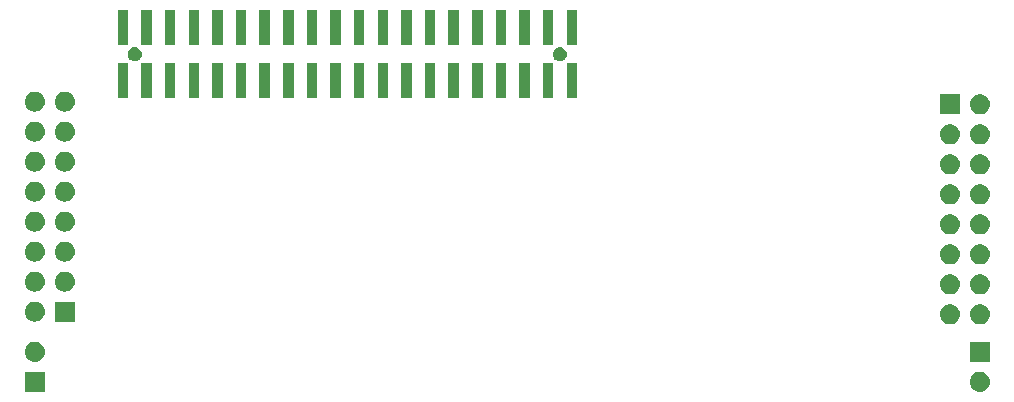
<source format=gbr>
G04 #@! TF.GenerationSoftware,KiCad,Pcbnew,5.1.2-1.fc30*
G04 #@! TF.CreationDate,2019-05-22T10:25:12+05:30*
G04 #@! TF.ProjectId,sx1509,73783135-3039-42e6-9b69-6361645f7063,v0.1*
G04 #@! TF.SameCoordinates,Original*
G04 #@! TF.FileFunction,Soldermask,Bot*
G04 #@! TF.FilePolarity,Negative*
%FSLAX46Y46*%
G04 Gerber Fmt 4.6, Leading zero omitted, Abs format (unit mm)*
G04 Created by KiCad (PCBNEW 5.1.2-1.fc30) date 2019-05-22 10:25:12*
%MOMM*%
%LPD*%
G04 APERTURE LIST*
%ADD10C,0.100000*%
G04 APERTURE END LIST*
D10*
G36*
X182716627Y-130912299D02*
G01*
X182796742Y-130936602D01*
X182876855Y-130960903D01*
X182876857Y-130960904D01*
X183024518Y-131039831D01*
X183153949Y-131146051D01*
X183260169Y-131275482D01*
X183339096Y-131423143D01*
X183387701Y-131583373D01*
X183404112Y-131750000D01*
X183387701Y-131916627D01*
X183339096Y-132076857D01*
X183260169Y-132224518D01*
X183153949Y-132353949D01*
X183024518Y-132460169D01*
X182876857Y-132539096D01*
X182876855Y-132539097D01*
X182796742Y-132563398D01*
X182716627Y-132587701D01*
X182591752Y-132600000D01*
X182508248Y-132600000D01*
X182383373Y-132587701D01*
X182303258Y-132563398D01*
X182223145Y-132539097D01*
X182223143Y-132539096D01*
X182075482Y-132460169D01*
X181946051Y-132353949D01*
X181839831Y-132224518D01*
X181760904Y-132076857D01*
X181712299Y-131916627D01*
X181695888Y-131750000D01*
X181712299Y-131583373D01*
X181760904Y-131423143D01*
X181839831Y-131275482D01*
X181946051Y-131146051D01*
X182075482Y-131039831D01*
X182223143Y-130960904D01*
X182223145Y-130960903D01*
X182303258Y-130936602D01*
X182383373Y-130912299D01*
X182508248Y-130900000D01*
X182591752Y-130900000D01*
X182716627Y-130912299D01*
X182716627Y-130912299D01*
G37*
G36*
X103390000Y-132600000D02*
G01*
X101690000Y-132600000D01*
X101690000Y-130900000D01*
X103390000Y-130900000D01*
X103390000Y-132600000D01*
X103390000Y-132600000D01*
G37*
G36*
X102706627Y-128372299D02*
G01*
X102786742Y-128396601D01*
X102866855Y-128420903D01*
X102866857Y-128420904D01*
X103014518Y-128499831D01*
X103143949Y-128606051D01*
X103250169Y-128735482D01*
X103329096Y-128883143D01*
X103377701Y-129043373D01*
X103394112Y-129210000D01*
X103377701Y-129376627D01*
X103329096Y-129536857D01*
X103250169Y-129684518D01*
X103143949Y-129813949D01*
X103014518Y-129920169D01*
X102866857Y-129999096D01*
X102866855Y-129999097D01*
X102786742Y-130023399D01*
X102706627Y-130047701D01*
X102581752Y-130060000D01*
X102498248Y-130060000D01*
X102373373Y-130047701D01*
X102293258Y-130023399D01*
X102213145Y-129999097D01*
X102213143Y-129999096D01*
X102065482Y-129920169D01*
X101936051Y-129813949D01*
X101829831Y-129684518D01*
X101750904Y-129536857D01*
X101702299Y-129376627D01*
X101685888Y-129210000D01*
X101702299Y-129043373D01*
X101750904Y-128883143D01*
X101829831Y-128735482D01*
X101936051Y-128606051D01*
X102065482Y-128499831D01*
X102213143Y-128420904D01*
X102213145Y-128420903D01*
X102293258Y-128396601D01*
X102373373Y-128372299D01*
X102498248Y-128360000D01*
X102581752Y-128360000D01*
X102706627Y-128372299D01*
X102706627Y-128372299D01*
G37*
G36*
X183400000Y-130060000D02*
G01*
X181700000Y-130060000D01*
X181700000Y-128360000D01*
X183400000Y-128360000D01*
X183400000Y-130060000D01*
X183400000Y-130060000D01*
G37*
G36*
X182716627Y-125197299D02*
G01*
X182796742Y-125221601D01*
X182876855Y-125245903D01*
X182876857Y-125245904D01*
X183024518Y-125324831D01*
X183153949Y-125431051D01*
X183260169Y-125560482D01*
X183339096Y-125708143D01*
X183387701Y-125868373D01*
X183404112Y-126035000D01*
X183387701Y-126201627D01*
X183339096Y-126361857D01*
X183260169Y-126509518D01*
X183153949Y-126638949D01*
X183024518Y-126745169D01*
X182876857Y-126824096D01*
X182876855Y-126824097D01*
X182796742Y-126848399D01*
X182716627Y-126872701D01*
X182591752Y-126885000D01*
X182508248Y-126885000D01*
X182383373Y-126872701D01*
X182303258Y-126848399D01*
X182223145Y-126824097D01*
X182223143Y-126824096D01*
X182075482Y-126745169D01*
X181946051Y-126638949D01*
X181839831Y-126509518D01*
X181760904Y-126361857D01*
X181712299Y-126201627D01*
X181695888Y-126035000D01*
X181712299Y-125868373D01*
X181760904Y-125708143D01*
X181839831Y-125560482D01*
X181946051Y-125431051D01*
X182075482Y-125324831D01*
X182223143Y-125245904D01*
X182223145Y-125245903D01*
X182303258Y-125221601D01*
X182383373Y-125197299D01*
X182508248Y-125185000D01*
X182591752Y-125185000D01*
X182716627Y-125197299D01*
X182716627Y-125197299D01*
G37*
G36*
X180176627Y-125197299D02*
G01*
X180256742Y-125221601D01*
X180336855Y-125245903D01*
X180336857Y-125245904D01*
X180484518Y-125324831D01*
X180613949Y-125431051D01*
X180720169Y-125560482D01*
X180799096Y-125708143D01*
X180847701Y-125868373D01*
X180864112Y-126035000D01*
X180847701Y-126201627D01*
X180799096Y-126361857D01*
X180720169Y-126509518D01*
X180613949Y-126638949D01*
X180484518Y-126745169D01*
X180336857Y-126824096D01*
X180336855Y-126824097D01*
X180256742Y-126848399D01*
X180176627Y-126872701D01*
X180051752Y-126885000D01*
X179968248Y-126885000D01*
X179843373Y-126872701D01*
X179763258Y-126848399D01*
X179683145Y-126824097D01*
X179683143Y-126824096D01*
X179535482Y-126745169D01*
X179406051Y-126638949D01*
X179299831Y-126509518D01*
X179220904Y-126361857D01*
X179172299Y-126201627D01*
X179155888Y-126035000D01*
X179172299Y-125868373D01*
X179220904Y-125708143D01*
X179299831Y-125560482D01*
X179406051Y-125431051D01*
X179535482Y-125324831D01*
X179683143Y-125245904D01*
X179683145Y-125245903D01*
X179763258Y-125221601D01*
X179843373Y-125197299D01*
X179968248Y-125185000D01*
X180051752Y-125185000D01*
X180176627Y-125197299D01*
X180176627Y-125197299D01*
G37*
G36*
X105930000Y-126656000D02*
G01*
X104230000Y-126656000D01*
X104230000Y-124956000D01*
X105930000Y-124956000D01*
X105930000Y-126656000D01*
X105930000Y-126656000D01*
G37*
G36*
X102706627Y-124968299D02*
G01*
X102786742Y-124992601D01*
X102866855Y-125016903D01*
X102866857Y-125016904D01*
X103014518Y-125095831D01*
X103143949Y-125202051D01*
X103250169Y-125331482D01*
X103329096Y-125479143D01*
X103377701Y-125639373D01*
X103394112Y-125806000D01*
X103377701Y-125972627D01*
X103329096Y-126132857D01*
X103250169Y-126280518D01*
X103143949Y-126409949D01*
X103014518Y-126516169D01*
X102866857Y-126595096D01*
X102866855Y-126595097D01*
X102786742Y-126619399D01*
X102706627Y-126643701D01*
X102581752Y-126656000D01*
X102498248Y-126656000D01*
X102373373Y-126643701D01*
X102293258Y-126619399D01*
X102213145Y-126595097D01*
X102213143Y-126595096D01*
X102065482Y-126516169D01*
X101936051Y-126409949D01*
X101829831Y-126280518D01*
X101750904Y-126132857D01*
X101702299Y-125972627D01*
X101685888Y-125806000D01*
X101702299Y-125639373D01*
X101750904Y-125479143D01*
X101829831Y-125331482D01*
X101936051Y-125202051D01*
X102065482Y-125095831D01*
X102213143Y-125016904D01*
X102213145Y-125016903D01*
X102293258Y-124992601D01*
X102373373Y-124968299D01*
X102498248Y-124956000D01*
X102581752Y-124956000D01*
X102706627Y-124968299D01*
X102706627Y-124968299D01*
G37*
G36*
X182716627Y-122657299D02*
G01*
X182796742Y-122681602D01*
X182876855Y-122705903D01*
X182876857Y-122705904D01*
X183024518Y-122784831D01*
X183153949Y-122891051D01*
X183260169Y-123020482D01*
X183339096Y-123168143D01*
X183387701Y-123328373D01*
X183404112Y-123495000D01*
X183387701Y-123661627D01*
X183339096Y-123821857D01*
X183260169Y-123969518D01*
X183153949Y-124098949D01*
X183024518Y-124205169D01*
X182876857Y-124284096D01*
X182876855Y-124284097D01*
X182796742Y-124308399D01*
X182716627Y-124332701D01*
X182591752Y-124345000D01*
X182508248Y-124345000D01*
X182383373Y-124332701D01*
X182303258Y-124308398D01*
X182223145Y-124284097D01*
X182223143Y-124284096D01*
X182075482Y-124205169D01*
X181946051Y-124098949D01*
X181839831Y-123969518D01*
X181760904Y-123821857D01*
X181712299Y-123661627D01*
X181695888Y-123495000D01*
X181712299Y-123328373D01*
X181760904Y-123168143D01*
X181839831Y-123020482D01*
X181946051Y-122891051D01*
X182075482Y-122784831D01*
X182223143Y-122705904D01*
X182223145Y-122705903D01*
X182303258Y-122681601D01*
X182383373Y-122657299D01*
X182508248Y-122645000D01*
X182591752Y-122645000D01*
X182716627Y-122657299D01*
X182716627Y-122657299D01*
G37*
G36*
X180176627Y-122657299D02*
G01*
X180256742Y-122681602D01*
X180336855Y-122705903D01*
X180336857Y-122705904D01*
X180484518Y-122784831D01*
X180613949Y-122891051D01*
X180720169Y-123020482D01*
X180799096Y-123168143D01*
X180847701Y-123328373D01*
X180864112Y-123495000D01*
X180847701Y-123661627D01*
X180799096Y-123821857D01*
X180720169Y-123969518D01*
X180613949Y-124098949D01*
X180484518Y-124205169D01*
X180336857Y-124284096D01*
X180336855Y-124284097D01*
X180256742Y-124308399D01*
X180176627Y-124332701D01*
X180051752Y-124345000D01*
X179968248Y-124345000D01*
X179843373Y-124332701D01*
X179763258Y-124308398D01*
X179683145Y-124284097D01*
X179683143Y-124284096D01*
X179535482Y-124205169D01*
X179406051Y-124098949D01*
X179299831Y-123969518D01*
X179220904Y-123821857D01*
X179172299Y-123661627D01*
X179155888Y-123495000D01*
X179172299Y-123328373D01*
X179220904Y-123168143D01*
X179299831Y-123020482D01*
X179406051Y-122891051D01*
X179535482Y-122784831D01*
X179683143Y-122705904D01*
X179683145Y-122705903D01*
X179763258Y-122681601D01*
X179843373Y-122657299D01*
X179968248Y-122645000D01*
X180051752Y-122645000D01*
X180176627Y-122657299D01*
X180176627Y-122657299D01*
G37*
G36*
X102706627Y-122428299D02*
G01*
X102786742Y-122452601D01*
X102866855Y-122476903D01*
X102866857Y-122476904D01*
X103014518Y-122555831D01*
X103143949Y-122662051D01*
X103250169Y-122791482D01*
X103329096Y-122939143D01*
X103377701Y-123099373D01*
X103394112Y-123266000D01*
X103377701Y-123432627D01*
X103329096Y-123592857D01*
X103250169Y-123740518D01*
X103143949Y-123869949D01*
X103014518Y-123976169D01*
X102866857Y-124055096D01*
X102866855Y-124055097D01*
X102786742Y-124079399D01*
X102706627Y-124103701D01*
X102581752Y-124116000D01*
X102498248Y-124116000D01*
X102373373Y-124103701D01*
X102293258Y-124079399D01*
X102213145Y-124055097D01*
X102213143Y-124055096D01*
X102065482Y-123976169D01*
X101936051Y-123869949D01*
X101829831Y-123740518D01*
X101750904Y-123592857D01*
X101702299Y-123432627D01*
X101685888Y-123266000D01*
X101702299Y-123099373D01*
X101750904Y-122939143D01*
X101829831Y-122791482D01*
X101936051Y-122662051D01*
X102065482Y-122555831D01*
X102213143Y-122476904D01*
X102213145Y-122476903D01*
X102293258Y-122452601D01*
X102373373Y-122428299D01*
X102498248Y-122416000D01*
X102581752Y-122416000D01*
X102706627Y-122428299D01*
X102706627Y-122428299D01*
G37*
G36*
X105246627Y-122428299D02*
G01*
X105326742Y-122452601D01*
X105406855Y-122476903D01*
X105406857Y-122476904D01*
X105554518Y-122555831D01*
X105683949Y-122662051D01*
X105790169Y-122791482D01*
X105869096Y-122939143D01*
X105917701Y-123099373D01*
X105934112Y-123266000D01*
X105917701Y-123432627D01*
X105869096Y-123592857D01*
X105790169Y-123740518D01*
X105683949Y-123869949D01*
X105554518Y-123976169D01*
X105406857Y-124055096D01*
X105406855Y-124055097D01*
X105326742Y-124079399D01*
X105246627Y-124103701D01*
X105121752Y-124116000D01*
X105038248Y-124116000D01*
X104913373Y-124103701D01*
X104833258Y-124079399D01*
X104753145Y-124055097D01*
X104753143Y-124055096D01*
X104605482Y-123976169D01*
X104476051Y-123869949D01*
X104369831Y-123740518D01*
X104290904Y-123592857D01*
X104242299Y-123432627D01*
X104225888Y-123266000D01*
X104242299Y-123099373D01*
X104290904Y-122939143D01*
X104369831Y-122791482D01*
X104476051Y-122662051D01*
X104605482Y-122555831D01*
X104753143Y-122476904D01*
X104753145Y-122476903D01*
X104833258Y-122452601D01*
X104913373Y-122428299D01*
X105038248Y-122416000D01*
X105121752Y-122416000D01*
X105246627Y-122428299D01*
X105246627Y-122428299D01*
G37*
G36*
X182716627Y-120117299D02*
G01*
X182796742Y-120141601D01*
X182876855Y-120165903D01*
X182876857Y-120165904D01*
X183024518Y-120244831D01*
X183153949Y-120351051D01*
X183260169Y-120480482D01*
X183339096Y-120628143D01*
X183387701Y-120788373D01*
X183404112Y-120955000D01*
X183387701Y-121121627D01*
X183339096Y-121281857D01*
X183260169Y-121429518D01*
X183153949Y-121558949D01*
X183024518Y-121665169D01*
X182876857Y-121744096D01*
X182876855Y-121744097D01*
X182796742Y-121768398D01*
X182716627Y-121792701D01*
X182591752Y-121805000D01*
X182508248Y-121805000D01*
X182383373Y-121792701D01*
X182303258Y-121768398D01*
X182223145Y-121744097D01*
X182223143Y-121744096D01*
X182075482Y-121665169D01*
X181946051Y-121558949D01*
X181839831Y-121429518D01*
X181760904Y-121281857D01*
X181712299Y-121121627D01*
X181695888Y-120955000D01*
X181712299Y-120788373D01*
X181760904Y-120628143D01*
X181839831Y-120480482D01*
X181946051Y-120351051D01*
X182075482Y-120244831D01*
X182223143Y-120165904D01*
X182223145Y-120165903D01*
X182303258Y-120141602D01*
X182383373Y-120117299D01*
X182508248Y-120105000D01*
X182591752Y-120105000D01*
X182716627Y-120117299D01*
X182716627Y-120117299D01*
G37*
G36*
X180176627Y-120117299D02*
G01*
X180256742Y-120141601D01*
X180336855Y-120165903D01*
X180336857Y-120165904D01*
X180484518Y-120244831D01*
X180613949Y-120351051D01*
X180720169Y-120480482D01*
X180799096Y-120628143D01*
X180847701Y-120788373D01*
X180864112Y-120955000D01*
X180847701Y-121121627D01*
X180799096Y-121281857D01*
X180720169Y-121429518D01*
X180613949Y-121558949D01*
X180484518Y-121665169D01*
X180336857Y-121744096D01*
X180336855Y-121744097D01*
X180256742Y-121768398D01*
X180176627Y-121792701D01*
X180051752Y-121805000D01*
X179968248Y-121805000D01*
X179843373Y-121792701D01*
X179763258Y-121768398D01*
X179683145Y-121744097D01*
X179683143Y-121744096D01*
X179535482Y-121665169D01*
X179406051Y-121558949D01*
X179299831Y-121429518D01*
X179220904Y-121281857D01*
X179172299Y-121121627D01*
X179155888Y-120955000D01*
X179172299Y-120788373D01*
X179220904Y-120628143D01*
X179299831Y-120480482D01*
X179406051Y-120351051D01*
X179535482Y-120244831D01*
X179683143Y-120165904D01*
X179683145Y-120165903D01*
X179763258Y-120141602D01*
X179843373Y-120117299D01*
X179968248Y-120105000D01*
X180051752Y-120105000D01*
X180176627Y-120117299D01*
X180176627Y-120117299D01*
G37*
G36*
X105246627Y-119888299D02*
G01*
X105326742Y-119912601D01*
X105406855Y-119936903D01*
X105406857Y-119936904D01*
X105554518Y-120015831D01*
X105683949Y-120122051D01*
X105790169Y-120251482D01*
X105869096Y-120399143D01*
X105917701Y-120559373D01*
X105934112Y-120726000D01*
X105917701Y-120892627D01*
X105869096Y-121052857D01*
X105790169Y-121200518D01*
X105683949Y-121329949D01*
X105554518Y-121436169D01*
X105406857Y-121515096D01*
X105406855Y-121515097D01*
X105326742Y-121539399D01*
X105246627Y-121563701D01*
X105121752Y-121576000D01*
X105038248Y-121576000D01*
X104913373Y-121563701D01*
X104833258Y-121539399D01*
X104753145Y-121515097D01*
X104753143Y-121515096D01*
X104605482Y-121436169D01*
X104476051Y-121329949D01*
X104369831Y-121200518D01*
X104290904Y-121052857D01*
X104242299Y-120892627D01*
X104225888Y-120726000D01*
X104242299Y-120559373D01*
X104290904Y-120399143D01*
X104369831Y-120251482D01*
X104476051Y-120122051D01*
X104605482Y-120015831D01*
X104753143Y-119936904D01*
X104753145Y-119936903D01*
X104833258Y-119912601D01*
X104913373Y-119888299D01*
X105038248Y-119876000D01*
X105121752Y-119876000D01*
X105246627Y-119888299D01*
X105246627Y-119888299D01*
G37*
G36*
X102706627Y-119888299D02*
G01*
X102786742Y-119912601D01*
X102866855Y-119936903D01*
X102866857Y-119936904D01*
X103014518Y-120015831D01*
X103143949Y-120122051D01*
X103250169Y-120251482D01*
X103329096Y-120399143D01*
X103377701Y-120559373D01*
X103394112Y-120726000D01*
X103377701Y-120892627D01*
X103329096Y-121052857D01*
X103250169Y-121200518D01*
X103143949Y-121329949D01*
X103014518Y-121436169D01*
X102866857Y-121515096D01*
X102866855Y-121515097D01*
X102786742Y-121539399D01*
X102706627Y-121563701D01*
X102581752Y-121576000D01*
X102498248Y-121576000D01*
X102373373Y-121563701D01*
X102293258Y-121539399D01*
X102213145Y-121515097D01*
X102213143Y-121515096D01*
X102065482Y-121436169D01*
X101936051Y-121329949D01*
X101829831Y-121200518D01*
X101750904Y-121052857D01*
X101702299Y-120892627D01*
X101685888Y-120726000D01*
X101702299Y-120559373D01*
X101750904Y-120399143D01*
X101829831Y-120251482D01*
X101936051Y-120122051D01*
X102065482Y-120015831D01*
X102213143Y-119936904D01*
X102213145Y-119936903D01*
X102293258Y-119912601D01*
X102373373Y-119888299D01*
X102498248Y-119876000D01*
X102581752Y-119876000D01*
X102706627Y-119888299D01*
X102706627Y-119888299D01*
G37*
G36*
X180176627Y-117577299D02*
G01*
X180256742Y-117601602D01*
X180336855Y-117625903D01*
X180336857Y-117625904D01*
X180484518Y-117704831D01*
X180613949Y-117811051D01*
X180720169Y-117940482D01*
X180799096Y-118088143D01*
X180847701Y-118248373D01*
X180864112Y-118415000D01*
X180847701Y-118581627D01*
X180799096Y-118741857D01*
X180720169Y-118889518D01*
X180613949Y-119018949D01*
X180484518Y-119125169D01*
X180336857Y-119204096D01*
X180336855Y-119204097D01*
X180256742Y-119228398D01*
X180176627Y-119252701D01*
X180051752Y-119265000D01*
X179968248Y-119265000D01*
X179843373Y-119252701D01*
X179763258Y-119228399D01*
X179683145Y-119204097D01*
X179683143Y-119204096D01*
X179535482Y-119125169D01*
X179406051Y-119018949D01*
X179299831Y-118889518D01*
X179220904Y-118741857D01*
X179172299Y-118581627D01*
X179155888Y-118415000D01*
X179172299Y-118248373D01*
X179220904Y-118088143D01*
X179299831Y-117940482D01*
X179406051Y-117811051D01*
X179535482Y-117704831D01*
X179683143Y-117625904D01*
X179683145Y-117625903D01*
X179763258Y-117601602D01*
X179843373Y-117577299D01*
X179968248Y-117565000D01*
X180051752Y-117565000D01*
X180176627Y-117577299D01*
X180176627Y-117577299D01*
G37*
G36*
X182716627Y-117577299D02*
G01*
X182796742Y-117601602D01*
X182876855Y-117625903D01*
X182876857Y-117625904D01*
X183024518Y-117704831D01*
X183153949Y-117811051D01*
X183260169Y-117940482D01*
X183339096Y-118088143D01*
X183387701Y-118248373D01*
X183404112Y-118415000D01*
X183387701Y-118581627D01*
X183339096Y-118741857D01*
X183260169Y-118889518D01*
X183153949Y-119018949D01*
X183024518Y-119125169D01*
X182876857Y-119204096D01*
X182876855Y-119204097D01*
X182796742Y-119228398D01*
X182716627Y-119252701D01*
X182591752Y-119265000D01*
X182508248Y-119265000D01*
X182383373Y-119252701D01*
X182303258Y-119228399D01*
X182223145Y-119204097D01*
X182223143Y-119204096D01*
X182075482Y-119125169D01*
X181946051Y-119018949D01*
X181839831Y-118889518D01*
X181760904Y-118741857D01*
X181712299Y-118581627D01*
X181695888Y-118415000D01*
X181712299Y-118248373D01*
X181760904Y-118088143D01*
X181839831Y-117940482D01*
X181946051Y-117811051D01*
X182075482Y-117704831D01*
X182223143Y-117625904D01*
X182223145Y-117625903D01*
X182303258Y-117601602D01*
X182383373Y-117577299D01*
X182508248Y-117565000D01*
X182591752Y-117565000D01*
X182716627Y-117577299D01*
X182716627Y-117577299D01*
G37*
G36*
X105246627Y-117348299D02*
G01*
X105326742Y-117372602D01*
X105406855Y-117396903D01*
X105406857Y-117396904D01*
X105554518Y-117475831D01*
X105683949Y-117582051D01*
X105790169Y-117711482D01*
X105869096Y-117859143D01*
X105917701Y-118019373D01*
X105934112Y-118186000D01*
X105917701Y-118352627D01*
X105869096Y-118512857D01*
X105790169Y-118660518D01*
X105683949Y-118789949D01*
X105554518Y-118896169D01*
X105406857Y-118975096D01*
X105406855Y-118975097D01*
X105326742Y-118999398D01*
X105246627Y-119023701D01*
X105121752Y-119036000D01*
X105038248Y-119036000D01*
X104913373Y-119023701D01*
X104833258Y-118999398D01*
X104753145Y-118975097D01*
X104753143Y-118975096D01*
X104605482Y-118896169D01*
X104476051Y-118789949D01*
X104369831Y-118660518D01*
X104290904Y-118512857D01*
X104242299Y-118352627D01*
X104225888Y-118186000D01*
X104242299Y-118019373D01*
X104290904Y-117859143D01*
X104369831Y-117711482D01*
X104476051Y-117582051D01*
X104605482Y-117475831D01*
X104753143Y-117396904D01*
X104753145Y-117396903D01*
X104833258Y-117372602D01*
X104913373Y-117348299D01*
X105038248Y-117336000D01*
X105121752Y-117336000D01*
X105246627Y-117348299D01*
X105246627Y-117348299D01*
G37*
G36*
X102706627Y-117348299D02*
G01*
X102786742Y-117372602D01*
X102866855Y-117396903D01*
X102866857Y-117396904D01*
X103014518Y-117475831D01*
X103143949Y-117582051D01*
X103250169Y-117711482D01*
X103329096Y-117859143D01*
X103377701Y-118019373D01*
X103394112Y-118186000D01*
X103377701Y-118352627D01*
X103329096Y-118512857D01*
X103250169Y-118660518D01*
X103143949Y-118789949D01*
X103014518Y-118896169D01*
X102866857Y-118975096D01*
X102866855Y-118975097D01*
X102786742Y-118999398D01*
X102706627Y-119023701D01*
X102581752Y-119036000D01*
X102498248Y-119036000D01*
X102373373Y-119023701D01*
X102293258Y-118999398D01*
X102213145Y-118975097D01*
X102213143Y-118975096D01*
X102065482Y-118896169D01*
X101936051Y-118789949D01*
X101829831Y-118660518D01*
X101750904Y-118512857D01*
X101702299Y-118352627D01*
X101685888Y-118186000D01*
X101702299Y-118019373D01*
X101750904Y-117859143D01*
X101829831Y-117711482D01*
X101936051Y-117582051D01*
X102065482Y-117475831D01*
X102213143Y-117396904D01*
X102213145Y-117396903D01*
X102293258Y-117372602D01*
X102373373Y-117348299D01*
X102498248Y-117336000D01*
X102581752Y-117336000D01*
X102706627Y-117348299D01*
X102706627Y-117348299D01*
G37*
G36*
X180176627Y-115037299D02*
G01*
X180256742Y-115061601D01*
X180336855Y-115085903D01*
X180336857Y-115085904D01*
X180484518Y-115164831D01*
X180613949Y-115271051D01*
X180720169Y-115400482D01*
X180799096Y-115548143D01*
X180847701Y-115708373D01*
X180864112Y-115875000D01*
X180847701Y-116041627D01*
X180799096Y-116201857D01*
X180720169Y-116349518D01*
X180613949Y-116478949D01*
X180484518Y-116585169D01*
X180336857Y-116664096D01*
X180336855Y-116664097D01*
X180256742Y-116688399D01*
X180176627Y-116712701D01*
X180051752Y-116725000D01*
X179968248Y-116725000D01*
X179843373Y-116712701D01*
X179763258Y-116688398D01*
X179683145Y-116664097D01*
X179683143Y-116664096D01*
X179535482Y-116585169D01*
X179406051Y-116478949D01*
X179299831Y-116349518D01*
X179220904Y-116201857D01*
X179172299Y-116041627D01*
X179155888Y-115875000D01*
X179172299Y-115708373D01*
X179220904Y-115548143D01*
X179299831Y-115400482D01*
X179406051Y-115271051D01*
X179535482Y-115164831D01*
X179683143Y-115085904D01*
X179683145Y-115085903D01*
X179763258Y-115061602D01*
X179843373Y-115037299D01*
X179968248Y-115025000D01*
X180051752Y-115025000D01*
X180176627Y-115037299D01*
X180176627Y-115037299D01*
G37*
G36*
X182716627Y-115037299D02*
G01*
X182796742Y-115061601D01*
X182876855Y-115085903D01*
X182876857Y-115085904D01*
X183024518Y-115164831D01*
X183153949Y-115271051D01*
X183260169Y-115400482D01*
X183339096Y-115548143D01*
X183387701Y-115708373D01*
X183404112Y-115875000D01*
X183387701Y-116041627D01*
X183339096Y-116201857D01*
X183260169Y-116349518D01*
X183153949Y-116478949D01*
X183024518Y-116585169D01*
X182876857Y-116664096D01*
X182876855Y-116664097D01*
X182796742Y-116688399D01*
X182716627Y-116712701D01*
X182591752Y-116725000D01*
X182508248Y-116725000D01*
X182383373Y-116712701D01*
X182303258Y-116688398D01*
X182223145Y-116664097D01*
X182223143Y-116664096D01*
X182075482Y-116585169D01*
X181946051Y-116478949D01*
X181839831Y-116349518D01*
X181760904Y-116201857D01*
X181712299Y-116041627D01*
X181695888Y-115875000D01*
X181712299Y-115708373D01*
X181760904Y-115548143D01*
X181839831Y-115400482D01*
X181946051Y-115271051D01*
X182075482Y-115164831D01*
X182223143Y-115085904D01*
X182223145Y-115085903D01*
X182303258Y-115061602D01*
X182383373Y-115037299D01*
X182508248Y-115025000D01*
X182591752Y-115025000D01*
X182716627Y-115037299D01*
X182716627Y-115037299D01*
G37*
G36*
X102706627Y-114808299D02*
G01*
X102786742Y-114832602D01*
X102866855Y-114856903D01*
X102866857Y-114856904D01*
X103014518Y-114935831D01*
X103143949Y-115042051D01*
X103250169Y-115171482D01*
X103329096Y-115319143D01*
X103377701Y-115479373D01*
X103394112Y-115646000D01*
X103377701Y-115812627D01*
X103329096Y-115972857D01*
X103250169Y-116120518D01*
X103143949Y-116249949D01*
X103014518Y-116356169D01*
X102866857Y-116435096D01*
X102866855Y-116435097D01*
X102786742Y-116459399D01*
X102706627Y-116483701D01*
X102581752Y-116496000D01*
X102498248Y-116496000D01*
X102373373Y-116483701D01*
X102293258Y-116459399D01*
X102213145Y-116435097D01*
X102213143Y-116435096D01*
X102065482Y-116356169D01*
X101936051Y-116249949D01*
X101829831Y-116120518D01*
X101750904Y-115972857D01*
X101702299Y-115812627D01*
X101685888Y-115646000D01*
X101702299Y-115479373D01*
X101750904Y-115319143D01*
X101829831Y-115171482D01*
X101936051Y-115042051D01*
X102065482Y-114935831D01*
X102213143Y-114856904D01*
X102213145Y-114856903D01*
X102293258Y-114832602D01*
X102373373Y-114808299D01*
X102498248Y-114796000D01*
X102581752Y-114796000D01*
X102706627Y-114808299D01*
X102706627Y-114808299D01*
G37*
G36*
X105246627Y-114808299D02*
G01*
X105326742Y-114832602D01*
X105406855Y-114856903D01*
X105406857Y-114856904D01*
X105554518Y-114935831D01*
X105683949Y-115042051D01*
X105790169Y-115171482D01*
X105869096Y-115319143D01*
X105917701Y-115479373D01*
X105934112Y-115646000D01*
X105917701Y-115812627D01*
X105869096Y-115972857D01*
X105790169Y-116120518D01*
X105683949Y-116249949D01*
X105554518Y-116356169D01*
X105406857Y-116435096D01*
X105406855Y-116435097D01*
X105326742Y-116459399D01*
X105246627Y-116483701D01*
X105121752Y-116496000D01*
X105038248Y-116496000D01*
X104913373Y-116483701D01*
X104833258Y-116459399D01*
X104753145Y-116435097D01*
X104753143Y-116435096D01*
X104605482Y-116356169D01*
X104476051Y-116249949D01*
X104369831Y-116120518D01*
X104290904Y-115972857D01*
X104242299Y-115812627D01*
X104225888Y-115646000D01*
X104242299Y-115479373D01*
X104290904Y-115319143D01*
X104369831Y-115171482D01*
X104476051Y-115042051D01*
X104605482Y-114935831D01*
X104753143Y-114856904D01*
X104753145Y-114856903D01*
X104833258Y-114832602D01*
X104913373Y-114808299D01*
X105038248Y-114796000D01*
X105121752Y-114796000D01*
X105246627Y-114808299D01*
X105246627Y-114808299D01*
G37*
G36*
X180176627Y-112497299D02*
G01*
X180256742Y-112521602D01*
X180336855Y-112545903D01*
X180336857Y-112545904D01*
X180484518Y-112624831D01*
X180613949Y-112731051D01*
X180720169Y-112860482D01*
X180799096Y-113008143D01*
X180847701Y-113168373D01*
X180864112Y-113335000D01*
X180847701Y-113501627D01*
X180799096Y-113661857D01*
X180720169Y-113809518D01*
X180613949Y-113938949D01*
X180484518Y-114045169D01*
X180336857Y-114124096D01*
X180336855Y-114124097D01*
X180256742Y-114148398D01*
X180176627Y-114172701D01*
X180051752Y-114185000D01*
X179968248Y-114185000D01*
X179843373Y-114172701D01*
X179763258Y-114148398D01*
X179683145Y-114124097D01*
X179683143Y-114124096D01*
X179535482Y-114045169D01*
X179406051Y-113938949D01*
X179299831Y-113809518D01*
X179220904Y-113661857D01*
X179172299Y-113501627D01*
X179155888Y-113335000D01*
X179172299Y-113168373D01*
X179220904Y-113008143D01*
X179299831Y-112860482D01*
X179406051Y-112731051D01*
X179535482Y-112624831D01*
X179683143Y-112545904D01*
X179683145Y-112545903D01*
X179763258Y-112521602D01*
X179843373Y-112497299D01*
X179968248Y-112485000D01*
X180051752Y-112485000D01*
X180176627Y-112497299D01*
X180176627Y-112497299D01*
G37*
G36*
X182716627Y-112497299D02*
G01*
X182796742Y-112521602D01*
X182876855Y-112545903D01*
X182876857Y-112545904D01*
X183024518Y-112624831D01*
X183153949Y-112731051D01*
X183260169Y-112860482D01*
X183339096Y-113008143D01*
X183387701Y-113168373D01*
X183404112Y-113335000D01*
X183387701Y-113501627D01*
X183339096Y-113661857D01*
X183260169Y-113809518D01*
X183153949Y-113938949D01*
X183024518Y-114045169D01*
X182876857Y-114124096D01*
X182876855Y-114124097D01*
X182796742Y-114148398D01*
X182716627Y-114172701D01*
X182591752Y-114185000D01*
X182508248Y-114185000D01*
X182383373Y-114172701D01*
X182303258Y-114148398D01*
X182223145Y-114124097D01*
X182223143Y-114124096D01*
X182075482Y-114045169D01*
X181946051Y-113938949D01*
X181839831Y-113809518D01*
X181760904Y-113661857D01*
X181712299Y-113501627D01*
X181695888Y-113335000D01*
X181712299Y-113168373D01*
X181760904Y-113008143D01*
X181839831Y-112860482D01*
X181946051Y-112731051D01*
X182075482Y-112624831D01*
X182223143Y-112545904D01*
X182223145Y-112545903D01*
X182303258Y-112521602D01*
X182383373Y-112497299D01*
X182508248Y-112485000D01*
X182591752Y-112485000D01*
X182716627Y-112497299D01*
X182716627Y-112497299D01*
G37*
G36*
X105246627Y-112268299D02*
G01*
X105326742Y-112292601D01*
X105406855Y-112316903D01*
X105406857Y-112316904D01*
X105554518Y-112395831D01*
X105683949Y-112502051D01*
X105790169Y-112631482D01*
X105869096Y-112779143D01*
X105917701Y-112939373D01*
X105934112Y-113106000D01*
X105917701Y-113272627D01*
X105869096Y-113432857D01*
X105790169Y-113580518D01*
X105683949Y-113709949D01*
X105554518Y-113816169D01*
X105406857Y-113895096D01*
X105406855Y-113895097D01*
X105326742Y-113919399D01*
X105246627Y-113943701D01*
X105121752Y-113956000D01*
X105038248Y-113956000D01*
X104913373Y-113943701D01*
X104833258Y-113919399D01*
X104753145Y-113895097D01*
X104753143Y-113895096D01*
X104605482Y-113816169D01*
X104476051Y-113709949D01*
X104369831Y-113580518D01*
X104290904Y-113432857D01*
X104242299Y-113272627D01*
X104225888Y-113106000D01*
X104242299Y-112939373D01*
X104290904Y-112779143D01*
X104369831Y-112631482D01*
X104476051Y-112502051D01*
X104605482Y-112395831D01*
X104753143Y-112316904D01*
X104753145Y-112316903D01*
X104833258Y-112292601D01*
X104913373Y-112268299D01*
X105038248Y-112256000D01*
X105121752Y-112256000D01*
X105246627Y-112268299D01*
X105246627Y-112268299D01*
G37*
G36*
X102706627Y-112268299D02*
G01*
X102786742Y-112292601D01*
X102866855Y-112316903D01*
X102866857Y-112316904D01*
X103014518Y-112395831D01*
X103143949Y-112502051D01*
X103250169Y-112631482D01*
X103329096Y-112779143D01*
X103377701Y-112939373D01*
X103394112Y-113106000D01*
X103377701Y-113272627D01*
X103329096Y-113432857D01*
X103250169Y-113580518D01*
X103143949Y-113709949D01*
X103014518Y-113816169D01*
X102866857Y-113895096D01*
X102866855Y-113895097D01*
X102786742Y-113919399D01*
X102706627Y-113943701D01*
X102581752Y-113956000D01*
X102498248Y-113956000D01*
X102373373Y-113943701D01*
X102293258Y-113919399D01*
X102213145Y-113895097D01*
X102213143Y-113895096D01*
X102065482Y-113816169D01*
X101936051Y-113709949D01*
X101829831Y-113580518D01*
X101750904Y-113432857D01*
X101702299Y-113272627D01*
X101685888Y-113106000D01*
X101702299Y-112939373D01*
X101750904Y-112779143D01*
X101829831Y-112631482D01*
X101936051Y-112502051D01*
X102065482Y-112395831D01*
X102213143Y-112316904D01*
X102213145Y-112316903D01*
X102293258Y-112292601D01*
X102373373Y-112268299D01*
X102498248Y-112256000D01*
X102581752Y-112256000D01*
X102706627Y-112268299D01*
X102706627Y-112268299D01*
G37*
G36*
X182716627Y-109957299D02*
G01*
X182796742Y-109981602D01*
X182876855Y-110005903D01*
X182876857Y-110005904D01*
X183024518Y-110084831D01*
X183153949Y-110191051D01*
X183260169Y-110320482D01*
X183339096Y-110468143D01*
X183387701Y-110628373D01*
X183404112Y-110795000D01*
X183387701Y-110961627D01*
X183339096Y-111121857D01*
X183260169Y-111269518D01*
X183153949Y-111398949D01*
X183024518Y-111505169D01*
X182876857Y-111584096D01*
X182876855Y-111584097D01*
X182796742Y-111608399D01*
X182716627Y-111632701D01*
X182591752Y-111645000D01*
X182508248Y-111645000D01*
X182383373Y-111632701D01*
X182303258Y-111608398D01*
X182223145Y-111584097D01*
X182223143Y-111584096D01*
X182075482Y-111505169D01*
X181946051Y-111398949D01*
X181839831Y-111269518D01*
X181760904Y-111121857D01*
X181712299Y-110961627D01*
X181695888Y-110795000D01*
X181712299Y-110628373D01*
X181760904Y-110468143D01*
X181839831Y-110320482D01*
X181946051Y-110191051D01*
X182075482Y-110084831D01*
X182223143Y-110005904D01*
X182223145Y-110005903D01*
X182303258Y-109981601D01*
X182383373Y-109957299D01*
X182508248Y-109945000D01*
X182591752Y-109945000D01*
X182716627Y-109957299D01*
X182716627Y-109957299D01*
G37*
G36*
X180176627Y-109957299D02*
G01*
X180256742Y-109981602D01*
X180336855Y-110005903D01*
X180336857Y-110005904D01*
X180484518Y-110084831D01*
X180613949Y-110191051D01*
X180720169Y-110320482D01*
X180799096Y-110468143D01*
X180847701Y-110628373D01*
X180864112Y-110795000D01*
X180847701Y-110961627D01*
X180799096Y-111121857D01*
X180720169Y-111269518D01*
X180613949Y-111398949D01*
X180484518Y-111505169D01*
X180336857Y-111584096D01*
X180336855Y-111584097D01*
X180256742Y-111608399D01*
X180176627Y-111632701D01*
X180051752Y-111645000D01*
X179968248Y-111645000D01*
X179843373Y-111632701D01*
X179763258Y-111608398D01*
X179683145Y-111584097D01*
X179683143Y-111584096D01*
X179535482Y-111505169D01*
X179406051Y-111398949D01*
X179299831Y-111269518D01*
X179220904Y-111121857D01*
X179172299Y-110961627D01*
X179155888Y-110795000D01*
X179172299Y-110628373D01*
X179220904Y-110468143D01*
X179299831Y-110320482D01*
X179406051Y-110191051D01*
X179535482Y-110084831D01*
X179683143Y-110005904D01*
X179683145Y-110005903D01*
X179763258Y-109981601D01*
X179843373Y-109957299D01*
X179968248Y-109945000D01*
X180051752Y-109945000D01*
X180176627Y-109957299D01*
X180176627Y-109957299D01*
G37*
G36*
X102706627Y-109728299D02*
G01*
X102786742Y-109752601D01*
X102866855Y-109776903D01*
X102866857Y-109776904D01*
X103014518Y-109855831D01*
X103143949Y-109962051D01*
X103250169Y-110091482D01*
X103329096Y-110239143D01*
X103377701Y-110399373D01*
X103394112Y-110566000D01*
X103377701Y-110732627D01*
X103329096Y-110892857D01*
X103250169Y-111040518D01*
X103143949Y-111169949D01*
X103014518Y-111276169D01*
X102866857Y-111355096D01*
X102866855Y-111355097D01*
X102786742Y-111379399D01*
X102706627Y-111403701D01*
X102581752Y-111416000D01*
X102498248Y-111416000D01*
X102373373Y-111403701D01*
X102293258Y-111379399D01*
X102213145Y-111355097D01*
X102213143Y-111355096D01*
X102065482Y-111276169D01*
X101936051Y-111169949D01*
X101829831Y-111040518D01*
X101750904Y-110892857D01*
X101702299Y-110732627D01*
X101685888Y-110566000D01*
X101702299Y-110399373D01*
X101750904Y-110239143D01*
X101829831Y-110091482D01*
X101936051Y-109962051D01*
X102065482Y-109855831D01*
X102213143Y-109776904D01*
X102213145Y-109776903D01*
X102293258Y-109752601D01*
X102373373Y-109728299D01*
X102498248Y-109716000D01*
X102581752Y-109716000D01*
X102706627Y-109728299D01*
X102706627Y-109728299D01*
G37*
G36*
X105246627Y-109728299D02*
G01*
X105326742Y-109752601D01*
X105406855Y-109776903D01*
X105406857Y-109776904D01*
X105554518Y-109855831D01*
X105683949Y-109962051D01*
X105790169Y-110091482D01*
X105869096Y-110239143D01*
X105917701Y-110399373D01*
X105934112Y-110566000D01*
X105917701Y-110732627D01*
X105869096Y-110892857D01*
X105790169Y-111040518D01*
X105683949Y-111169949D01*
X105554518Y-111276169D01*
X105406857Y-111355096D01*
X105406855Y-111355097D01*
X105326742Y-111379399D01*
X105246627Y-111403701D01*
X105121752Y-111416000D01*
X105038248Y-111416000D01*
X104913373Y-111403701D01*
X104833258Y-111379399D01*
X104753145Y-111355097D01*
X104753143Y-111355096D01*
X104605482Y-111276169D01*
X104476051Y-111169949D01*
X104369831Y-111040518D01*
X104290904Y-110892857D01*
X104242299Y-110732627D01*
X104225888Y-110566000D01*
X104242299Y-110399373D01*
X104290904Y-110239143D01*
X104369831Y-110091482D01*
X104476051Y-109962051D01*
X104605482Y-109855831D01*
X104753143Y-109776904D01*
X104753145Y-109776903D01*
X104833258Y-109752601D01*
X104913373Y-109728299D01*
X105038248Y-109716000D01*
X105121752Y-109716000D01*
X105246627Y-109728299D01*
X105246627Y-109728299D01*
G37*
G36*
X180860000Y-109105000D02*
G01*
X179160000Y-109105000D01*
X179160000Y-107405000D01*
X180860000Y-107405000D01*
X180860000Y-109105000D01*
X180860000Y-109105000D01*
G37*
G36*
X182716627Y-107417299D02*
G01*
X182796742Y-107441601D01*
X182876855Y-107465903D01*
X182876857Y-107465904D01*
X183024518Y-107544831D01*
X183153949Y-107651051D01*
X183260169Y-107780482D01*
X183339096Y-107928143D01*
X183387701Y-108088373D01*
X183404112Y-108255000D01*
X183387701Y-108421627D01*
X183339096Y-108581857D01*
X183260169Y-108729518D01*
X183153949Y-108858949D01*
X183024518Y-108965169D01*
X182876857Y-109044096D01*
X182876855Y-109044097D01*
X182796742Y-109068399D01*
X182716627Y-109092701D01*
X182591752Y-109105000D01*
X182508248Y-109105000D01*
X182383373Y-109092701D01*
X182303258Y-109068399D01*
X182223145Y-109044097D01*
X182223143Y-109044096D01*
X182075482Y-108965169D01*
X181946051Y-108858949D01*
X181839831Y-108729518D01*
X181760904Y-108581857D01*
X181712299Y-108421627D01*
X181695888Y-108255000D01*
X181712299Y-108088373D01*
X181760904Y-107928143D01*
X181839831Y-107780482D01*
X181946051Y-107651051D01*
X182075482Y-107544831D01*
X182223143Y-107465904D01*
X182223145Y-107465903D01*
X182303258Y-107441601D01*
X182383373Y-107417299D01*
X182508248Y-107405000D01*
X182591752Y-107405000D01*
X182716627Y-107417299D01*
X182716627Y-107417299D01*
G37*
G36*
X105246627Y-107188299D02*
G01*
X105326742Y-107212602D01*
X105406855Y-107236903D01*
X105406857Y-107236904D01*
X105554518Y-107315831D01*
X105683949Y-107422051D01*
X105790169Y-107551482D01*
X105869096Y-107699143D01*
X105917701Y-107859373D01*
X105934112Y-108026000D01*
X105917701Y-108192627D01*
X105869096Y-108352857D01*
X105790169Y-108500518D01*
X105683949Y-108629949D01*
X105554518Y-108736169D01*
X105406857Y-108815096D01*
X105406855Y-108815097D01*
X105326742Y-108839398D01*
X105246627Y-108863701D01*
X105121752Y-108876000D01*
X105038248Y-108876000D01*
X104913373Y-108863701D01*
X104833258Y-108839398D01*
X104753145Y-108815097D01*
X104753143Y-108815096D01*
X104605482Y-108736169D01*
X104476051Y-108629949D01*
X104369831Y-108500518D01*
X104290904Y-108352857D01*
X104242299Y-108192627D01*
X104225888Y-108026000D01*
X104242299Y-107859373D01*
X104290904Y-107699143D01*
X104369831Y-107551482D01*
X104476051Y-107422051D01*
X104605482Y-107315831D01*
X104753143Y-107236904D01*
X104753145Y-107236903D01*
X104833258Y-107212602D01*
X104913373Y-107188299D01*
X105038248Y-107176000D01*
X105121752Y-107176000D01*
X105246627Y-107188299D01*
X105246627Y-107188299D01*
G37*
G36*
X102706627Y-107188299D02*
G01*
X102786742Y-107212602D01*
X102866855Y-107236903D01*
X102866857Y-107236904D01*
X103014518Y-107315831D01*
X103143949Y-107422051D01*
X103250169Y-107551482D01*
X103329096Y-107699143D01*
X103377701Y-107859373D01*
X103394112Y-108026000D01*
X103377701Y-108192627D01*
X103329096Y-108352857D01*
X103250169Y-108500518D01*
X103143949Y-108629949D01*
X103014518Y-108736169D01*
X102866857Y-108815096D01*
X102866855Y-108815097D01*
X102786742Y-108839398D01*
X102706627Y-108863701D01*
X102581752Y-108876000D01*
X102498248Y-108876000D01*
X102373373Y-108863701D01*
X102293258Y-108839398D01*
X102213145Y-108815097D01*
X102213143Y-108815096D01*
X102065482Y-108736169D01*
X101936051Y-108629949D01*
X101829831Y-108500518D01*
X101750904Y-108352857D01*
X101702299Y-108192627D01*
X101685888Y-108026000D01*
X101702299Y-107859373D01*
X101750904Y-107699143D01*
X101829831Y-107551482D01*
X101936051Y-107422051D01*
X102065482Y-107315831D01*
X102213143Y-107236904D01*
X102213145Y-107236903D01*
X102293258Y-107212602D01*
X102373373Y-107188299D01*
X102498248Y-107176000D01*
X102581752Y-107176000D01*
X102706627Y-107188299D01*
X102706627Y-107188299D01*
G37*
G36*
X148445000Y-107750000D02*
G01*
X147555000Y-107750000D01*
X147555000Y-104750000D01*
X148445000Y-104750000D01*
X148445000Y-107750000D01*
X148445000Y-107750000D01*
G37*
G36*
X146445000Y-107750000D02*
G01*
X145555000Y-107750000D01*
X145555000Y-104750000D01*
X146445000Y-104750000D01*
X146445000Y-107750000D01*
X146445000Y-107750000D01*
G37*
G36*
X144445000Y-107750000D02*
G01*
X143555000Y-107750000D01*
X143555000Y-104750000D01*
X144445000Y-104750000D01*
X144445000Y-107750000D01*
X144445000Y-107750000D01*
G37*
G36*
X124445000Y-107750000D02*
G01*
X123555000Y-107750000D01*
X123555000Y-104750000D01*
X124445000Y-104750000D01*
X124445000Y-107750000D01*
X124445000Y-107750000D01*
G37*
G36*
X142445000Y-107750000D02*
G01*
X141555000Y-107750000D01*
X141555000Y-104750000D01*
X142445000Y-104750000D01*
X142445000Y-107750000D01*
X142445000Y-107750000D01*
G37*
G36*
X140445000Y-107750000D02*
G01*
X139555000Y-107750000D01*
X139555000Y-104750000D01*
X140445000Y-104750000D01*
X140445000Y-107750000D01*
X140445000Y-107750000D01*
G37*
G36*
X138445000Y-107750000D02*
G01*
X137555000Y-107750000D01*
X137555000Y-104750000D01*
X138445000Y-104750000D01*
X138445000Y-107750000D01*
X138445000Y-107750000D01*
G37*
G36*
X136445000Y-107750000D02*
G01*
X135555000Y-107750000D01*
X135555000Y-104750000D01*
X136445000Y-104750000D01*
X136445000Y-107750000D01*
X136445000Y-107750000D01*
G37*
G36*
X134445000Y-107750000D02*
G01*
X133555000Y-107750000D01*
X133555000Y-104750000D01*
X134445000Y-104750000D01*
X134445000Y-107750000D01*
X134445000Y-107750000D01*
G37*
G36*
X132445000Y-107750000D02*
G01*
X131555000Y-107750000D01*
X131555000Y-104750000D01*
X132445000Y-104750000D01*
X132445000Y-107750000D01*
X132445000Y-107750000D01*
G37*
G36*
X128445000Y-107750000D02*
G01*
X127555000Y-107750000D01*
X127555000Y-104750000D01*
X128445000Y-104750000D01*
X128445000Y-107750000D01*
X128445000Y-107750000D01*
G37*
G36*
X116445000Y-107750000D02*
G01*
X115555000Y-107750000D01*
X115555000Y-104750000D01*
X116445000Y-104750000D01*
X116445000Y-107750000D01*
X116445000Y-107750000D01*
G37*
G36*
X114445000Y-107750000D02*
G01*
X113555000Y-107750000D01*
X113555000Y-104750000D01*
X114445000Y-104750000D01*
X114445000Y-107750000D01*
X114445000Y-107750000D01*
G37*
G36*
X112445000Y-107750000D02*
G01*
X111555000Y-107750000D01*
X111555000Y-104750000D01*
X112445000Y-104750000D01*
X112445000Y-107750000D01*
X112445000Y-107750000D01*
G37*
G36*
X110445000Y-107750000D02*
G01*
X109555000Y-107750000D01*
X109555000Y-104750000D01*
X110445000Y-104750000D01*
X110445000Y-107750000D01*
X110445000Y-107750000D01*
G37*
G36*
X122445000Y-107750000D02*
G01*
X121555000Y-107750000D01*
X121555000Y-104750000D01*
X122445000Y-104750000D01*
X122445000Y-107750000D01*
X122445000Y-107750000D01*
G37*
G36*
X126445000Y-107750000D02*
G01*
X125555000Y-107750000D01*
X125555000Y-104750000D01*
X126445000Y-104750000D01*
X126445000Y-107750000D01*
X126445000Y-107750000D01*
G37*
G36*
X118445000Y-107750000D02*
G01*
X117555000Y-107750000D01*
X117555000Y-104750000D01*
X118445000Y-104750000D01*
X118445000Y-107750000D01*
X118445000Y-107750000D01*
G37*
G36*
X120445000Y-107750000D02*
G01*
X119555000Y-107750000D01*
X119555000Y-104750000D01*
X120445000Y-104750000D01*
X120445000Y-107750000D01*
X120445000Y-107750000D01*
G37*
G36*
X130445000Y-107750000D02*
G01*
X129555000Y-107750000D01*
X129555000Y-104750000D01*
X130445000Y-104750000D01*
X130445000Y-107750000D01*
X130445000Y-107750000D01*
G37*
G36*
X111175013Y-103423057D02*
G01*
X111284206Y-103468286D01*
X111382477Y-103533949D01*
X111466051Y-103617523D01*
X111531714Y-103715794D01*
X111576943Y-103824987D01*
X111600000Y-103940904D01*
X111600000Y-104059096D01*
X111576943Y-104175013D01*
X111531714Y-104284206D01*
X111466051Y-104382477D01*
X111382477Y-104466051D01*
X111284206Y-104531714D01*
X111175013Y-104576943D01*
X111059096Y-104600000D01*
X110940904Y-104600000D01*
X110824987Y-104576943D01*
X110715794Y-104531714D01*
X110617523Y-104466051D01*
X110533949Y-104382477D01*
X110468286Y-104284206D01*
X110423057Y-104175013D01*
X110400000Y-104059096D01*
X110400000Y-103940904D01*
X110423057Y-103824987D01*
X110468286Y-103715794D01*
X110533949Y-103617523D01*
X110617523Y-103533949D01*
X110715794Y-103468286D01*
X110824987Y-103423057D01*
X110940904Y-103400000D01*
X111059096Y-103400000D01*
X111175013Y-103423057D01*
X111175013Y-103423057D01*
G37*
G36*
X147175013Y-103423057D02*
G01*
X147284206Y-103468286D01*
X147382477Y-103533949D01*
X147466051Y-103617523D01*
X147531714Y-103715794D01*
X147576943Y-103824987D01*
X147600000Y-103940904D01*
X147600000Y-104059096D01*
X147576943Y-104175013D01*
X147531714Y-104284206D01*
X147466051Y-104382477D01*
X147382477Y-104466051D01*
X147284206Y-104531714D01*
X147175013Y-104576943D01*
X147059096Y-104600000D01*
X146940904Y-104600000D01*
X146824987Y-104576943D01*
X146715794Y-104531714D01*
X146617523Y-104466051D01*
X146533949Y-104382477D01*
X146468286Y-104284206D01*
X146423057Y-104175013D01*
X146400000Y-104059096D01*
X146400000Y-103940904D01*
X146423057Y-103824987D01*
X146468286Y-103715794D01*
X146533949Y-103617523D01*
X146617523Y-103533949D01*
X146715794Y-103468286D01*
X146824987Y-103423057D01*
X146940904Y-103400000D01*
X147059096Y-103400000D01*
X147175013Y-103423057D01*
X147175013Y-103423057D01*
G37*
G36*
X110445000Y-103250000D02*
G01*
X109555000Y-103250000D01*
X109555000Y-100250000D01*
X110445000Y-100250000D01*
X110445000Y-103250000D01*
X110445000Y-103250000D01*
G37*
G36*
X112445000Y-103250000D02*
G01*
X111555000Y-103250000D01*
X111555000Y-100250000D01*
X112445000Y-100250000D01*
X112445000Y-103250000D01*
X112445000Y-103250000D01*
G37*
G36*
X116445000Y-103250000D02*
G01*
X115555000Y-103250000D01*
X115555000Y-100250000D01*
X116445000Y-100250000D01*
X116445000Y-103250000D01*
X116445000Y-103250000D01*
G37*
G36*
X148445000Y-103250000D02*
G01*
X147555000Y-103250000D01*
X147555000Y-100250000D01*
X148445000Y-100250000D01*
X148445000Y-103250000D01*
X148445000Y-103250000D01*
G37*
G36*
X146445000Y-103250000D02*
G01*
X145555000Y-103250000D01*
X145555000Y-100250000D01*
X146445000Y-100250000D01*
X146445000Y-103250000D01*
X146445000Y-103250000D01*
G37*
G36*
X144445000Y-103250000D02*
G01*
X143555000Y-103250000D01*
X143555000Y-100250000D01*
X144445000Y-100250000D01*
X144445000Y-103250000D01*
X144445000Y-103250000D01*
G37*
G36*
X142445000Y-103250000D02*
G01*
X141555000Y-103250000D01*
X141555000Y-100250000D01*
X142445000Y-100250000D01*
X142445000Y-103250000D01*
X142445000Y-103250000D01*
G37*
G36*
X140445000Y-103250000D02*
G01*
X139555000Y-103250000D01*
X139555000Y-100250000D01*
X140445000Y-100250000D01*
X140445000Y-103250000D01*
X140445000Y-103250000D01*
G37*
G36*
X138445000Y-103250000D02*
G01*
X137555000Y-103250000D01*
X137555000Y-100250000D01*
X138445000Y-100250000D01*
X138445000Y-103250000D01*
X138445000Y-103250000D01*
G37*
G36*
X136445000Y-103250000D02*
G01*
X135555000Y-103250000D01*
X135555000Y-100250000D01*
X136445000Y-100250000D01*
X136445000Y-103250000D01*
X136445000Y-103250000D01*
G37*
G36*
X134445000Y-103250000D02*
G01*
X133555000Y-103250000D01*
X133555000Y-100250000D01*
X134445000Y-100250000D01*
X134445000Y-103250000D01*
X134445000Y-103250000D01*
G37*
G36*
X132445000Y-103250000D02*
G01*
X131555000Y-103250000D01*
X131555000Y-100250000D01*
X132445000Y-100250000D01*
X132445000Y-103250000D01*
X132445000Y-103250000D01*
G37*
G36*
X130445000Y-103250000D02*
G01*
X129555000Y-103250000D01*
X129555000Y-100250000D01*
X130445000Y-100250000D01*
X130445000Y-103250000D01*
X130445000Y-103250000D01*
G37*
G36*
X128445000Y-103250000D02*
G01*
X127555000Y-103250000D01*
X127555000Y-100250000D01*
X128445000Y-100250000D01*
X128445000Y-103250000D01*
X128445000Y-103250000D01*
G37*
G36*
X126445000Y-103250000D02*
G01*
X125555000Y-103250000D01*
X125555000Y-100250000D01*
X126445000Y-100250000D01*
X126445000Y-103250000D01*
X126445000Y-103250000D01*
G37*
G36*
X124445000Y-103250000D02*
G01*
X123555000Y-103250000D01*
X123555000Y-100250000D01*
X124445000Y-100250000D01*
X124445000Y-103250000D01*
X124445000Y-103250000D01*
G37*
G36*
X122445000Y-103250000D02*
G01*
X121555000Y-103250000D01*
X121555000Y-100250000D01*
X122445000Y-100250000D01*
X122445000Y-103250000D01*
X122445000Y-103250000D01*
G37*
G36*
X120445000Y-103250000D02*
G01*
X119555000Y-103250000D01*
X119555000Y-100250000D01*
X120445000Y-100250000D01*
X120445000Y-103250000D01*
X120445000Y-103250000D01*
G37*
G36*
X114445000Y-103250000D02*
G01*
X113555000Y-103250000D01*
X113555000Y-100250000D01*
X114445000Y-100250000D01*
X114445000Y-103250000D01*
X114445000Y-103250000D01*
G37*
G36*
X118445000Y-103250000D02*
G01*
X117555000Y-103250000D01*
X117555000Y-100250000D01*
X118445000Y-100250000D01*
X118445000Y-103250000D01*
X118445000Y-103250000D01*
G37*
M02*

</source>
